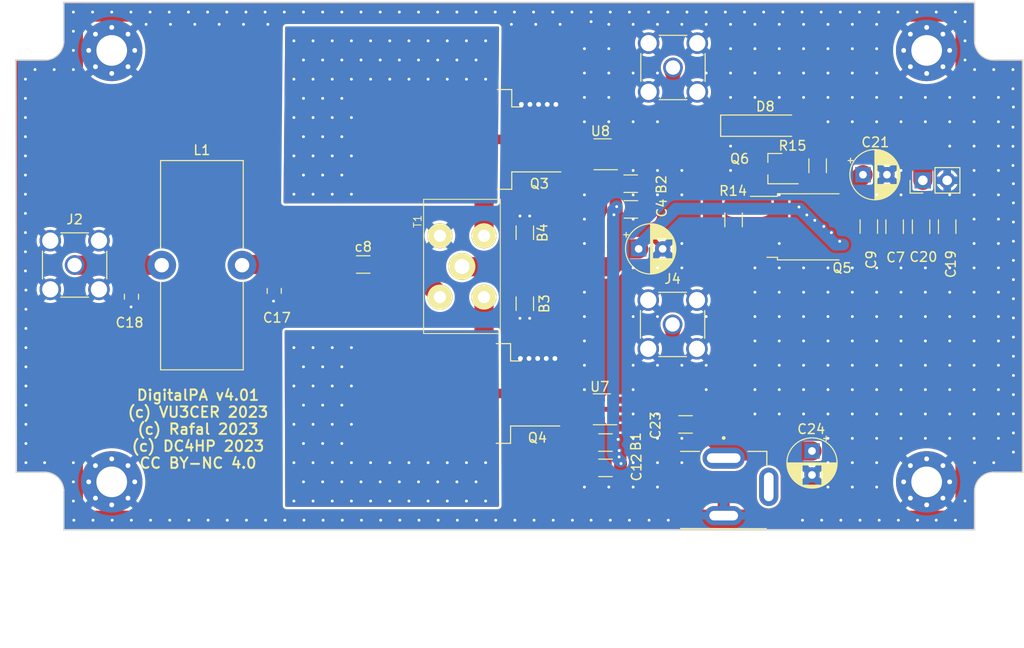
<source format=kicad_pcb>
(kicad_pcb (version 20221018) (generator pcbnew)
  (title_block (title "Hermes-Lite 2.0") (date "2019-08-11") (rev "2.0-build9") (company "SofterHardware") (comment 1 "KF7O Steve Haynal") (comment 4 "AISLER Project ID: GROBADQR"))
  (layers (0 "F.Cu" signal) (31 "B.Cu" signal) (34 "B.Paste" user) (35 "F.Paste" user) (36 "B.SilkS" user "B.Silkscreen") (37 "F.SilkS" user "F.Silkscreen") (38 "B.Mask" user) (39 "F.Mask" user) (44 "Edge.Cuts" user))
  (net 0 "")
  (net 1 "GND")
  (net 2 "VIN")
  (net 3 "VDC")
  (net 4 "Net-(T1-Pad4)")
  (net 5 "Net-(D8-A)")
  (net 6 "Net-(J2-In)")
  (net 7 "PTT")
  (net 8 "Net-(J1-In)")
  (net 10 "Net-(Q3-D)")
  (net 11 "Net-(Q6-B)")
  (net 12 "Net-(Q3-G)")
  (net 13 "Net-(Q4-G)")
  (net 14 "Net-(J4-In)")
  (net 15 "Net-(Q4-D)")
  (net 16 "Net-(C17-Pad1)")
  (footprint "Capacitor_SMD:C_0805_2012Metric_Pad1.18x1.45mm_HandSolder" (layer "F.Cu") (at 82.01 115.6875 -90)
    (fp_text reference "C18")
    (fp_text value "100p")
  )
  (footprint "Connector_Coaxial:SMA_Amphenol_901-144_Vertical" (layer "F.Cu") (at 138.45 118.58)
    (fp_text reference "J4")
    (fp_text value "Conn_Coaxial")
  )
  (footprint "Package_TO_SOT_SMD:SOT-23_Handsoldering" (layer "F.Cu") (at 149.15 102.33 180)
    (fp_text reference "Q6")
    (fp_text value "2N3904")
  )
  (footprint "Package_TO_SOT_SMD:SOT-23-5_HandSoldering" (layer "F.Cu") (at 131.15 100.831249 180)
    (fp_text reference "U8")
    (fp_text value "UCC27517DBVR")
  )
  (footprint "Capacitor_SMD:C_1206_3216Metric_Pad1.33x1.80mm_HandSolder" (layer "F.Cu") (at 167.09 108.3775 90)
    (fp_text reference "C19")
    (fp_text value "1n")
  )
  (footprint "Capacitor_SMD:C_1206_3216Metric_Pad1.33x1.80mm_HandSolder" (layer "F.Cu") (at 139.8 129.01 180)
    (fp_text reference "C23")
    (fp_text value "100n")
  )
  (footprint "Package_TO_SOT_SMD:SOT-23-5_HandSoldering" (layer "F.Cu") (at 131.075 127.431249 180)
    (fp_text reference "U7")
    (fp_text value "UCC27517DBVR")
  )
  (footprint "Capacitor_THT:CP_Radial_D5.0mm_P2.50mm" (layer "F.Cu") (at 152.99 131.78 -90)
    (fp_text reference "C24")
    (fp_text value "100u")
  )
  (footprint "Connector_PinHeader_2.54mm:PinHeader_1x02_P2.54mm_Vertical" (layer "F.Cu") (at 164.55 103.55 90)
    (fp_text reference "J3" hide)
    (fp_text value "Conn_01x02_Male")
  )
  (footprint "Capacitor_THT:CP_Radial_D5.0mm_P2.50mm" (layer "F.Cu") (at 134.91 110.7)
    (fp_text reference "C10" hide)
    (fp_text value "100u")
  )
  (footprint "Capacitor_SMD:C_1206_3216Metric_Pad1.33x1.80mm_HandSolder" (layer "F.Cu") (at 134.1 106.58)
    (fp_text reference "C4")
    (fp_text value "1n")
  )
  (footprint "Resistor_SMD:R_1206_3216Metric_Pad1.30x1.75mm_HandSolder" (layer "F.Cu") (at 153.58 102.03 90)
    (fp_text reference "R15")
    (fp_text value "4.7k")
  )
  (footprint "Capacitor_SMD:C_1206_3216Metric_Pad1.33x1.80mm_HandSolder" (layer "F.Cu") (at 158.918 108.374 90)
    (fp_text reference "C9")
    (fp_text value "100n")
  )
  (footprint "Capacitor_SMD:C_1206_3216Metric_Pad1.33x1.80mm_HandSolder" (layer "F.Cu") (at 123.036 109.0115 -90)
    (fp_text reference "B4")
    (fp_text value "0.1uF")
  )
  (footprint "MountingHole:MountingHole_3.2mm_M3_Pad_Via" (layer "F.Cu") (at 164.95 135)
    (fp_text reference "H1" hide)
    (fp_text value "MountingHole_Pad" hide)
  )
  (footprint "MountingHole:MountingHole_3.2mm_M3_Pad_Via" (layer "F.Cu") (at 79.95 135)
    (fp_text reference "H2" hide)
    (fp_text value "MountingHole_Pad" hide)
  )
  (footprint "Connector_Coaxial:SMA_Amphenol_901-144_Vertical" (layer "F.Cu") (at 138.49 91.78)
    (fp_text reference "J1" hide)
    (fp_text value "Conn_Coaxial")
  )
  (footprint "Capacitor_SMD:C_1206_3216Metric_Pad1.33x1.80mm_HandSolder" (layer "F.Cu") (at 164.37 108.3875 90)
    (fp_text reference "C20")
    (fp_text value "100n")
  )
  (footprint "Capacitor_SMD:C_1206_3216Metric_Pad1.33x1.80mm_HandSolder" (layer "F.Cu") (at 106.18 112.33)
    (fp_text reference "c8")
    (fp_text value "0.1uF")
  )
  (footprint "footprints:XKB_DC-005-5A-2.0_Modded" (layer "F.Cu") (at 143.78 138.5225 90)
    (fp_text reference "Power1" hide)
    (fp_text value "DC-005 (Barrel Jack)" hide)
  )
  (footprint "Capacitor_SMD:C_1206_3216Metric_Pad1.33x1.80mm_HandSolder" (layer "F.Cu") (at 131.45 133.54 180)
    (fp_text reference "C12")
    (fp_text value "1n")
  )
  (footprint "Inductor_THT:L_Toroid_Vertical_L21.6mm_W8.4mm_P8.38mm_Pulse_G" (layer "F.Cu") (at 93.545 112.4 -90)
    (fp_text reference "L1")
    (fp_text value "318.5nH")
  )
  (footprint "Package_TO_SOT_SMD:TO-252-2" (layer "F.Cu") (at 152.7 108.4)
    (fp_text reference "Q5")
    (fp_text value "AOD407")
  )
  (footprint "Resistor_SMD:R_1206_3216Metric_Pad1.30x1.75mm_HandSolder" (layer "F.Cu") (at 144.81 107.67 90)
    (fp_text reference "R14")
    (fp_text value "100k")
  )
  (footprint "Capacitor_SMD:C_0805_2012Metric_Pad1.18x1.45mm_HandSolder" (layer "F.Cu") (at 96.9 115.08 -90)
    (fp_text reference "C17")
    (fp_text value "100p")
  )
  (footprint "MountingHole:MountingHole_3.2mm_M3_Pad_Via" (layer "F.Cu") (at 79.95 90)
    (fp_text reference "H4" hide)
    (fp_text value "MountingHole_Pad" hide)
  )
  (footprint "Capacitor_SMD:C_1206_3216Metric_Pad1.33x1.80mm_HandSolder" (layer "F.Cu") (at 134.08 103.9 180)
    (fp_text reference "B2")
    (fp_text value "0.1uF")
  )
  (footprint "Package_TO_SOT_SMD:TO-263-3_TabPin2" (layer "F.Cu") (at 118.600001 125.781249 180)
    (fp_text reference "Q4")
    (fp_text value "IRF510")
  )
  (footprint "Diode_SMD:D_MiniMELF_Handsoldering" (layer "F.Cu") (at 148.1225 97.85)
    (fp_text reference "D8")
    (fp_text value "5.1V")
  )
  (footprint "Package_TO_SOT_SMD:TO-263-3_TabPin2" (layer "F.Cu") (at 118.725 99.281249 180)
    (fp_text reference "Q3")
    (fp_text value "IRF510")
  )
  (footprint "Capacitor_SMD:C_1206_3216Metric_Pad1.33x1.80mm_HandSolder" (layer "F.Cu") (at 123.036 116.416 90)
    (fp_text reference "B3")
    (fp_text value "0.1uF")
  )
  (footprint "Connector_Coaxial:SMA_Amphenol_901-144_Vertical" (layer "F.Cu") (at 76.08 112.38)
    (fp_text reference "J2")
    (fp_text value "Conn_Coaxial")
  )
  (footprint "Capacitor_SMD:C_1206_3216Metric_Pad1.33x1.80mm_HandSolder" (layer "F.Cu") (at 131.45 130.899999)
    (fp_text reference "B1")
    (fp_text value "0.1uF")
  )
  (footprint "Capacitor_SMD:C_1206_3216Metric_Pad1.33x1.80mm_HandSolder" (layer "F.Cu") (at 161.61 108.3875 90)
    (fp_text reference "C7")
    (fp_text value "1n")
  )
  (footprint "Capacitor_THT:CP_Radial_D5.0mm_P2.50mm" (layer "F.Cu") (at 158.31 102.96)
    (fp_text reference "C21")
    (fp_text value "100u")
  )
  (footprint "MountingHole:MountingHole_3.2mm_M3_Pad_Via" (layer "F.Cu") (at 164.95 90)
    (fp_text reference "H3" hide)
    (fp_text value "MountingHole_Pad" hide)
  )
  (footprint "footprints:BN202V" (layer "F.Cu") (at 116.48 112.53 180)
    (fp_text reference "T1")
    (fp_text value "BN-61-202, 2+2T:6T")
  )
  (gr_arc (start 169.95 136) (mid 170.535786 134.585786) (end 171.95 134) (stroke (width 0.1)) (layer "Edge.Cuts"))
  (gr_line (start 169.95 85) (end 169.95 89) (stroke (width 0.15)) (layer "Edge.Cuts"))
  (gr_line (start 72.95 134) (end 70 134) (stroke (width 0.15)) (layer "Edge.Cuts"))
  (gr_arc (start 74.95 89) (mid 74.364214 90.414214) (end 72.95 91) (stroke (width 0.1)) (layer "Edge.Cuts"))
  (gr_line (start 69.95 91) (end 72.95 91) (stroke (width 0.15)) (layer "Edge.Cuts"))
  (gr_line (start 74.95 89) (end 74.95 85) (stroke (width 0.15)) (layer "Edge.Cuts"))
  (gr_line (start 169.95 136) (end 169.95 140) (stroke (width 0.15)) (layer "Edge.Cuts"))
  (gr_line (start 171.95 134) (end 174.95 134) (stroke (width 0.15)) (layer "Edge.Cuts"))
  (gr_line (start 171.95 91) (end 174.95 91) (stroke (width 0.15)) (layer "Edge.Cuts"))
  (gr_line (start 74.95 140) (end 74.95 136) (stroke (width 0.15)) (layer "Edge.Cuts"))
  (gr_line (start 74.95 85) (end 169.95 85) (stroke (width 0.15)) (layer "Edge.Cuts"))
  (gr_arc (start 171.95 91) (mid 170.535786 90.414214) (end 169.95 89) (stroke (width 0.1)) (layer "Edge.Cuts"))
  (gr_arc (start 72.95 134) (mid 74.364214 134.585786) (end 74.95 136) (stroke (width 0.1)) (layer "Edge.Cuts"))
  (gr_line (start 74.95 140) (end 169.95 140) (stroke (width 0.15)) (layer "Edge.Cuts"))
  (gr_line (start 70 134) (end 69.95 91) (stroke (width 0.15)) (layer "Edge.Cuts"))
  (gr_line (start 174.95 91) (end 174.95 134) (stroke (width 0.15)) (layer "Edge.Cuts"))
  (gr_text "DigitalPA v4.01\n(c) VU3CER 2023\n(c) Rafal 2023\n(c) DC4HP 2023\nCC BY-NC 4.0" (at 88.95 129.5) (layer "F.SilkS") (effects (font (size 1.1 1.1) (thickness 0.2))))
  (segment (start 132.2125 127.431249) (end 133.475 127.431249) (width 0.5) (layer "F.Cu") (net 1))
  (segment (start 143.78 138.5225) (end 143.78 135.57) (width 1.25) (layer "F.Cu") (net 1))
  (segment (start 152.99 138.29) (end 152.7575 138.5225) (width 1.25) (layer "F.Cu") (net 1))
  (segment (start 124.733752 123.6) (end 124.375001 123.241249) (width 0.5) (layer "F.Cu") (net 1))
  (segment (start 138 139) (end 138.4775 138.5225) (width 1.25) (layer "F.Cu") (net 1))
  (segment (start 143.66 135.45) (end 138.3575 135.45) (width 1.25) (layer "F.Cu") (net 1))
  (segment (start 152.7575 138.5225) (end 143.78 138.5225) (width 1.25) (layer "F.Cu") (net 1))
  (segment (start 143.78 138.5225) (end 146.5485 138.5225) (width 1.25) (layer "F.Cu") (net 1))
  (segment (start 124.858751 97.1) (end 124.5 96.741249) (width 0.5) (layer "F.Cu") (net 1))
  (segment (start 152.99 134.28) (end 152.99 138.29) (width 1.25) (layer "F.Cu") (net 1))
  (segment (start 138.3575 135.45) (end 138.2375 135.33) (width 1.25) (layer "F.Cu") (net 1))
  (segment (start 138.4775 138.5225) (end 143.78 138.5225) (width 1.25) (layer "F.Cu") (net 1))
  (segment (start 138.2375 129.01) (end 138.2375 135.33) (width 1.25) (layer "F.Cu") (net 1))
  (segment (start 129.8875 133.54) (end 129.8875 130.899999) (width 1.25) (layer "F.Cu") (net 1))
  (via (at 157.196 89.82) (size 0.6) (drill 0.3) (layers "F.Cu" "B.Cu") (net 1))
  (via (at 131.796 94.9) (size 0.6) (drill 0.3) (layers "F.Cu" "B.Cu") (net 1))
  (via (at 168.95 91) (size 0.6) (drill 0.3) (layers "F.Cu" "B.Cu") (net 1))
  (via (at 147.036 89.82) (size 0.6) (drill 0.3) (layers "F.Cu" "B.Cu") (net 1))
  (via (at 147.036 120.3) (size 0.6) (drill 0.3) (layers "F.Cu" "B.Cu") (net 1))
  (via (at 107.95 86) (size 0.6) (drill 0.3) (layers "F.Cu" "B.Cu") (net 1))
  (via (at 70.95 105) (size 0.6) (drill 0.3) (layers "F.Cu" "B.Cu") (net 1))
  (via (at 71 129) (size 0.6) (drill 0.3) (layers "F.Cu" "B.Cu") (net 1))
  (via (at 162.276 120.3) (size 0.6) (drill 0.3) (layers "F.Cu" "B.Cu") (net 1))
  (via (at 157.196 127.92) (size 0.6) (drill 0.3) (layers "F.Cu" "B.Cu") (net 1))
  (via (at 162.276 117.76) (size 0.6) (drill 0.3) (layers "F.Cu" "B.Cu") (net 1))
  (via (at 124.375 122.131249) (size 0.8) (drill 0.5) (layers "F.Cu" "B.Cu") (net 1))
  (via (at 75.95 90) (size 0.6) (drill 0.3) (layers "F.Cu" "B.Cu") (net 1))
  (via (at 157.196 97.44) (size 0.6) (drill 0.3) (layers "F.Cu" "B.Cu") (net 1))
  (via (at 145.95 86) (size 0.6) (drill 0.3) (layers "F.Cu" "B.Cu") (net 1))
  (via (at 136.876 133) (size 0.6) (drill 0.3) (layers "F.Cu" "B.Cu") (net 1))
  (via (at 154.656 117.76) (size 0.6) (drill 0.3) (layers "F.Cu" "B.Cu") (net 1))
  (via (at 86 139) (size 0.6) (drill 0.3) (layers "F.Cu" "B.Cu") (net 1))
  (via (at 147.95 86) (size 0.6) (drill 0.3) (layers "F.Cu" "B.Cu") (net 1))
  (via (at 75.95 135) (size 0.6) (drill 0.3) (layers "F.Cu" "B.Cu") (net 1))
  (via (at 129.95 86) (size 0.6) (drill 0.3) (layers "F.Cu" "B.Cu") (net 1))
  (via (at 71 115) (size 0.6) (drill 0.3) (layers "F.Cu" "B.Cu") (net 1))
  (via (at 157.196 120.3) (size 0.6) (drill 0.3) (layers "F.Cu" "B.Cu") (net 1))
  (via (at 131.796 89.82) (size 0.6) (drill 0.3) (layers "F.Cu" "B.Cu") (net 1))
  (via (at 136.876 102.52) (size 0.6) (drill 0.3) (layers "F.Cu" "B.Cu") (net 1))
  (via (at 121.636 87.28) (size 0.6) (drill 0.3) (layers "F.Cu" "B.Cu") (net 1))
  (via (at 129.256 117.76) (size 0.6) (drill 0.3) (layers "F.Cu" "B.Cu") (net 1))
  (via (at 134.336 135.54) (size 0.6) (drill 0.3) (layers "F.Cu" "B.Cu") (net 1))
  (via (at 139.416 110.14) (size 0.6) (drill 0.3) (layers "F.Cu" "B.Cu") (net 1))
  (via (at 168.95 89) (size 0.6) (drill 0.3) (layers "F.Cu" "B.Cu") (net 1))
  (via (at 125.95 86) (size 0.6) (drill 0.3) (layers "F.Cu" "B.Cu") (net 1))
  (via (at 149.576 122.84) (size 0.6) (drill 0.3) (layers "F.Cu" "B.Cu") (net 1))
  (via (at 154.656 133) (size 0.6) (drill 0.3) (layers "F.Cu" "B.Cu") (net 1))
  (via (at 100 139) (size 0.6) (drill 0.3) (layers "F.Cu" "B.Cu") (net 1))
  (via (at 105.95 86) (size 0.6) (drill 0.3) (layers "F.Cu" "B.Cu") (net 1))
  (via (at 101.95 86) (size 0.6) (drill 0.3) (layers "F.Cu" "B.Cu") (net 1))
  (via (at 77.95 86) (size 0.6) (drill 0.3) (layers "F.Cu" "B.Cu") (net 1))
  (via (at 149.576 115.22) (size 0.6) (drill 0.3) (layers "F.Cu" "B.Cu") (net 1))
  (via (at 169.896 99.98) (size 0.6) (drill 0.3) (layers "F.Cu" "B.Cu") (net 1))
  (via (at 86.076 87.28) (size 0.6) (drill 0.3) (layers "F.Cu" "B.Cu") (net 1))
  (via (at 154 139) (size 0.6) (drill 0.3) (layers "F.Cu" "B.Cu") (net 1))
  (via (at 159.736 127.92) (size 0.6) (drill 0.3) (layers "F.Cu" "B.Cu") (net 1))
  (via (at 149.576 94.9) (size 0.6) (drill 0.3) (layers "F.Cu" "B.Cu") (net 1))
  (via (at 71 121) (size 0.6) (drill 0.3) (layers "F.Cu" "B.Cu") (net 1))
  (via (at 139.416 130.46) (size 0.6) (drill 0.3) (layers "F.Cu" "B.Cu") (net 1))
  (via (at 157.196 133) (size 0.6) (drill 0.3) (layers "F.Cu" "B.Cu") (net 1))
  (via (at 141.956 125.38) (size 0.6) (drill 0.3) (layers "F.Cu" "B.Cu") (net 1))
  (via (at 99.95 86) (size 0.6) (drill 0.3) (layers "F.Cu" "B.Cu") (net 1))
  (via (at 172.436 130.46) (size 0.6) (drill 0.3) (layers "F.Cu" "B.Cu") (net 1))
  (via (at 164.816 112.68) (size 0.6) (drill 0.3) (layers "F.Cu" "B.Cu") (net 1))
  (via (at 159.736 97.44) (size 0.6) (drill 0.3) (layers "F.Cu" "B.Cu") (net 1))
  (via (at 139.416 112.68) (size 0.6) (drill 0.3) (layers "F.Cu" "B.Cu") (net 1))
  (via (at 157.196 112.68) (size 0.6) (drill 0.3) (layers "F.Cu" "B.Cu") (net 1))
  (via (at 143.95 86) (size 0.6) (drill 0.3) (layers "F.Cu" "B.Cu") (net 1))
  (via (at 126.275 95.631249) (size 0.8) (drill 0.5) (layers "F.Cu" "B.Cu") (net 1))
  (via (at 162.276 105.06) (size 0.6) (drill 0.3) (layers "F.Cu" "B.Cu") (net 1))
  (via (at 80 139) (size 0.6) (drill 0.3) (layers "F.Cu" "B.Cu") (net 1))
  (via (at 163.95 86) (size 0.6) (drill 0.3) (layers "F.Cu" "B.Cu") (net 1))
  (via (at 174 125.9) (size 0.6) (drill 0.3) (layers "F.Cu" "B.Cu") (net 1))
  (via (at 144.496 94.9) (size 0.6) (drill 0.3) (layers "F.Cu" "B.Cu") (net 1))
  (via (at 141.956 87.28) (size 0.6) (drill 0.3) (layers "F.Cu" "B.Cu") (net 1))
  (via (at 160 139) (size 0.6) (drill 0.3) (layers "F.Cu" "B.Cu") (net 1))
  (via (at 149.95 86) (size 0.6) (drill 0.3) (layers "F.Cu" "B.Cu") (net 1))
  (via (at 172.436 125.38) (size 0.6) (drill 0.3) (layers "F.Cu" "B.Cu") (net 1))
  (via (at 144.496 92.36) (size 0.6) (drill 0.3) (layers "F.Cu" "B.Cu") (net 1))
  (via (at 110 139) (size 0.6) (drill 0.3) (layers "F.Cu" "B.Cu") (net 1))
  (via (at 152.116 115.22) (size 0.6) (drill 0.3) (layers "F.Cu" "B.Cu") (net 1))
  (via (at 144.496 87.28) (size 0.6) (drill 0.3) (layers "F.Cu" "B.Cu") (net 1))
  (via (at 133.95 86) (size 0.6) (drill 0.3) (layers "F.Cu" "B.Cu") (net 1))
  (via (at 169.896 115.22) (size 0.6) (drill 0.3) (layers "F.Cu" "B.Cu") (net 1))
  (via (at 131.95 139) (size 0.6) (drill 0.3) (layers "F.Cu" "B.Cu") (net 1))
  (via (at 149.576 87.28) (size 0.6) (drill 0.3) (layers "F.Cu" "B.Cu") (net 1))
  (via (at 114 139) (size 0.6) (drill 0.3) (layers "F.Cu" "B.Cu") (net 1))
  (via (at 173.95 92) (size 0.6) (drill 0.3) (layers "F.Cu" "B.Cu") (net 1))
  (via (at 144.496 99.98) (size 0.6) (drill 0.3) (layers "F.Cu" "B.Cu") (net 1))
  (via (at 84 139) (size 0.6) (drill 0.3) (layers "F.Cu" "B.Cu") (net 1))
  (via (at 149.576 125.38) (size 0.6) (drill 0.3) (layers "F.Cu" "B.Cu") (net 1))
  (via (at 75.95 133) (size 0.6) (drill 0.3) (layers "F.Cu" "B.Cu") (net 1))
  (via (at 154.656 125.38) (size 0.6) (drill 0.3) (layers "F.Cu" "B.Cu") (net 1))
  (via (at 123.544 117.94) (size 0.6) (drill 0.3) (layers "F.Cu" "B.Cu") (net 1))
  (via (at 157.196 92.36) (size 0.6) (drill 0.3) (layers "F.Cu" "B.Cu") (net 1))
  (via (at 169.95 92) (size 0.6) (drill 0.3) (layers "F.Cu" "B.Cu") (net 1))
  (via (at 174 109.9) (size 0.6) (drill 0.3) (layers "F.Cu" "B.Cu") (net 1))
  (via (at 164 139) (size 0.6) (drill 0.3) (layers "F.Cu" "B.Cu") (net 1))
  (via (at 159.736 94.9) (size 0.6) (drill 0.3) (layers "F.Cu" "B.Cu") (net 1))
  (via (at 70.95 107) (size 0.6) (drill 0.3) (layers "F.Cu" "B.Cu") (net 1))
  (via (at 169.896 110.14) (size 0.6) (drill 0.3) (layers "F.Cu" "B.Cu") (net 1))
  (via (at 173.95 102) (size 0.6) (drill 0.3) (layers "F.Cu" "B.Cu") (net 1))
  (via (at 147.036 122.84) (size 0.6) (drill 0.3) (layers "F.Cu" "B.Cu") (net 1))
  (via (at 174 95.9) (size 0.6) (drill 0.3) (layers "F.Cu" "B.Cu") (net 1))
  (via (at 169.896 120.3) (size 0.6) (drill 0.3) (layers "F.Cu" "B.Cu") (net 1))
  (via (at 157.196 135.54) (size 0.6) (drill 0.3) (layers "F.Cu" "B.Cu") (net 1))
  (via (at 83.95 86) (size 0.6) (drill 0.3) (layers "F.Cu" "B.Cu") (net 1))
  (via (at 129.256 125.38) (size 0.6) (drill 0.3) (layers "F.Cu" "B.Cu") (net 1))
  (via (at 129.256 94.9) (size 0.6) (drill 0.3) (layers "F.Cu" "B.Cu") (net 1))
  (via (at 71 123) (size 0.6) (drill 0.3) (layers "F.Cu" "B.Cu") (net 1))
  (via (at 144.496 102.52) (size 0.6) (drill 0.3) (layers "F.Cu" "B.Cu") (net 1))
  (via (at 129.95 139) (size 0.6) (drill 0.3) (layers "F.Cu" "B.Cu") (net 1))
  (via (at 154.656 122.84) (size 0.6) (drill 0.3) (layers "F.Cu" "B.Cu") (net 1))
  (via (at 154.656 120.3) (size 0.6) (drill 0.3) (layers "F.Cu" "B.Cu") (net 1))
  (via (at 144.496 89.82) (size 0.6) (drill 0.3) (layers "F.Cu" "B.Cu") (net 1))
  (via (at 169.896 127.92) (size 0.6) (drill 0.3) (layers "F.Cu" "B.Cu") (net 1))
  (via (at 78 139) (size 0.6) (drill 0.3) (layers "F.Cu" "B.Cu") (net 1))
  (via (at 174 117.9) (size 0.6) (drill 0.3) (layers "F.Cu" "B.Cu") (net 1))
  (via (at 152.116 127.92) (size 0.6) (drill 0.3) (layers "F.Cu" "B.Cu") (net 1))
  (via (at 149.576 112.68) (size 0.6) (drill 0.3) (layers "F.Cu" "B.Cu") (net 1))
  (via (at 174 107.9) (size 0.6) (drill 0.3) (layers "F.Cu" "B.Cu") (net 1))
  (via (at 139.416 122.84) (size 0.6) (drill 0.3) (layers "F.Cu" "B.Cu") (net 1))
  (via (at 92 139) (size 0.6) (drill 0.3) (layers "F.Cu" "B.Cu") (net 1))
  (via (at 96 139) (size 0.6) (drill 0.3) (layers "F.Cu" "B.Cu") (net 1))
  (via (at 147.036 94.9) (size 0.6) (drill 0.3) (layers "F.Cu" "B.Cu") (net 1))
  (via (at 154.656 130.46) (size 0.6) (drill 0.3) (layers "F.Cu" "B.Cu") (net 1))
  (via (at 154.656 92.36) (size 0.6) (drill 0.3) (layers "F.Cu" "B.Cu") (net 1))
  (via (at 169.95 133) (size 0.6) (drill 0.3) (layers "F.Cu" "B.Cu") (net 1))
  (via (at 159.736 112.68) (size 0.6) (drill 0.3) (layers "F.Cu" "B.Cu") (net 1))
  (via (at 164.816 130.46) (size 0.6) (drill 0.3) (layers "F.Cu" "B.Cu") (net 1))
  (via (at 147.036 87.28) (size 0.6) (drill 0.3) (layers "F.Cu" "B.Cu") (net 1))
  (via (at 124.474999 95.631249) (size 0.8) (drill 0.5) (layers "F.Cu" "B.Cu") (net 1))
  (via (at 162.276 94.9) (size 0.6) (drill 0.3) (layers "F.Cu" "B.Cu") (net 1))
  (via (at 162.276 97.44) (size 0.6) (drill 0.3) (layers "F.Cu" "B.Cu") (net 1))
  (via (at 159.736 89.82) (size 0.6) (drill 0.3) (layers "F.Cu" "B.Cu") (net 1))
  (via (at 129.256 92.36) (size 0.6) (drill 0.3) (layers "F.Cu" "B.Cu") (net 1))
  (via (at 157.196 122.84) (size 0.6) (drill 0.3) (layers "F.Cu" "B.Cu") (net 1))
  (via (at 98 139) (size 0.6) (drill 0.3) (layers "F.Cu" "B.Cu") (net 1))
  (via (at 70.95 93) (size 0.6) (drill 0.3) (layers "F.Cu" "B.Cu") (net 1))
  (via (at 167.356 112.68) (size 0.6) (drill 0.3) (layers "F.Cu" "B.Cu") (net 1))
  (via (at 169.896 117.76) (size 0.6) (drill 0.3) (layers "F.Cu" "B.Cu") (net 1))
  (via (at 129.256 120.3) (size 0.6) (drill 0.3) (layers "F.Cu" "B.Cu") (net 1))
  (via (at 172.436 99.98) (size 0.6) (drill 0.3) (layers "F.Cu" "B.Cu") (net 1))
  (via (at 134.336 122.84) (size 0.6) (drill 0.3) (layers "F.Cu" "B.Cu") (net 1))
  (via (at 159.736 125.38) (size 0.6) (drill 0.3) (layers "F.Cu" "B.Cu") (net 1))
  (via (at 172.436 94.9) (size 0.6) (drill 0.3) (layers "F.Cu" "B.Cu") (net 1))
  (via (at 164.816 122.84) (size 0.6) (drill 0.3) (layers "F.Cu" "B.Cu") (net 1))
  (via (at 125.275 122.131249) (size 0.8) (drill 0.5) (layers "F.Cu" "B.Cu") (net 1))
  (via (at 149.576 105.06) (size 0.6) (drill 0.3) (layers "F.Cu" "B.Cu") (net 1))
  (via (at 172.436 120.3) (size 0.6) (drill 0.3) (layers "F.Cu" "B.Cu") (net 1))
  (via (at 88.616 87.28) (size 0.6) (drill 0.3) (layers "F.Cu" "B.Cu") (net 1))
  (via (at 157.196 125.38) (size 0.6) (drill 0.3) (layers "F.Cu" "B.Cu") (net 1))
  (via (at 139.416 133) (size 0.6) (drill 0.3) (layers "F.Cu" "B.Cu") (net 1))
  (via (at 167.95 86) (size 0.6) (drill 0.3) (layers "F.Cu" "B.Cu") (net 1))
  (via (at 167.356 130.46) (size 0.6) (drill 0.3) (layers "F.Cu" "B.Cu") (net 1))
  (via (at 70.95 99) (size 0.6) (drill 0.3) (layers "F.Cu" "B.Cu") (net 1))
  (via (at 122.575 122.131249) (size 0.8) (drill 0.5) (layers "F.Cu" "B.Cu") (net 1))
  (via (at 141.956 122.84) (size 0.6) (drill 0.3) (layers "F.Cu" "B.Cu") (net 1))
  (via (at 139.416 102.52) (size 0.6) (drill 0.3) (layers "F.Cu" "B.Cu") (net 1))
  (via (at 159.736 135.54) (size 0.6) (drill 0.3) (layers "F.Cu" "B.Cu") (net 1))
  (via (at 119.95 86) (size 0.6) (drill 0.3) (layers "F.Cu" "B.Cu") (net 1))
  (via (at 154.656 135.54) (size 0.6) (drill 0.3) (layers "F.Cu" "B.Cu") (net 1))
  (via (at 113.95 86) (size 0.6) (drill 0.3) (layers "F.Cu" "B.Cu") (net 1))
  (via (at 167.356 94.9) (size 0.6) (drill 0.3) (layers "F.Cu" "B.Cu") (net 1))
  (via (at 70.95 111) (size 0.6) (drill 0.3) (layers "F.Cu" "B.Cu") (net 1))
  (via (at 89.95 86) (size 0.6) (drill 0.3) (layers "F.Cu" "B.Cu") (net 1))
  (via (at 149.576 92.36) (size 0.6) (drill 0.3) (layers "F.Cu" "B.Cu") (net 1))
  (via (at 108 139) (size 0.6) (drill 0.3) (layers "F.Cu" "B.Cu") (net 1))
  (via (at 131.796 87.28) (size 0.6) (drill 0.3) (layers "F.Cu" "B.Cu") (net 1))
  (via (at 136.876 87.28) (size 0.6) (drill 0.3) (layers "F.Cu" "B.Cu") (net 1))
  (via (at 131.796 92.36) (size 0.6) (drill 0.3) (layers "F.Cu" "B.Cu") (net 1))
  (via (at 162.276 127.92) (size 0.6) (drill 0.3) (layers "F.Cu" "B.Cu") (net 1))
  (via (at 165.95 139) (size 0.6) (drill 0.3) (layers "F.Cu" "B.Cu") (net 1))
  (via (at 159.736 117.76) (size 0.6) (drill 0.3) (layers "F.Cu" "B.Cu") (net 1))
  (via (at 172.436 102.52) (size 0.6) (drill 0.3) (layers "F.Cu" "B.Cu") (net 1))
  (via (at 81.97 116.75) (size 0.6) (drill 0.3) (layers "F.Cu" "B.Cu") (net 1))
  (via (at 70.95 95) (size 0.6) (drill 0.3) (layers "F.Cu" "B.Cu") (net 1))
  (via (at 158 139) (size 0.6) (drill 0.3) (layers "F.Cu" "B.Cu") (net 1))
  (via (at 147.036 127.92) (size 0.6) (drill 0.3) (layers "F.Cu" "B.Cu") (net 1))
  (via (at 123.575 95.631249) (size 0.8) (drill 0.5) (layers "F.Cu" "B.Cu") (net 1))
  (via (at 167.356 105.06) (size 0.6) (drill 0.3) (layers "F.Cu" "B.Cu") (net 1))
  (via (at 152.116 89.82) (size 0.6) (drill 0.3) (layers "F.Cu" "B.Cu") (net 1))
  (via (at 136.876 105.06) (size 0.6) (drill 0.3) (layers "F.Cu" "B.Cu") (net 1))
  (via (at 172.436 117.76) (size 0.6) (drill 0.3) (layers "F.Cu" "B.Cu") (net 1))
  (via (at 133.95 139) (size 0.6) (drill 0.3) (layers "F.Cu" "B.Cu") (net 1))
  (via (at 71 127) (size 0.6) (drill 0.3) (layers "F.Cu" "B.Cu") (net 1))
  (via (at 134.336 102.52) (size 0.6) (drill 0.3) (layers "F.Cu" "B.Cu") (net 1))
  (via (at 124 139) (size 0.6) (drill 0.3) (layers "F.Cu" "B.Cu") (net 1))
  (via (at 159.95 86) (size 0.6) (drill 0.3) (layers "F.Cu" "B.Cu") (net 1))
  (via (at 162.276 102.52) (size 0.6) (drill 0.3) (layers "F.Cu" "B.Cu") (net 1))
  (via (at 70.95 113) (size 0.6) (drill 0.3) (layers "F.Cu" "B.Cu") (net 1))
  (via (at 172.436 122.84) (size 0.6) (drill 0.3) (layers "F.Cu" "B.Cu") (net 1))
  (via (at 141.95 86) (size 0.6) (drill 0.3) (layers "F.Cu" "B.Cu") (net 1))
  (via (at 151.95 86) (size 0.6) (drill 0.3) (layers "F.Cu" "B.Cu") (net 1))
  (via (at 129.256 122.84) (size 0.6) (drill 0.3) (layers "F.Cu" "B.Cu") (net 1))
  (via (at 137.95 86) (size 0.6) (drill 0.3) (layers "F.Cu" "B.Cu") (net 1))
  (via (at 96.83 116.15) (size 0.6) (drill 0.3) (layers "F.Cu" "B.Cu") (net 1))
  (via (at 122 139) (size 0.6) (drill 0.3) (layers "F.Cu" "B.Cu") (net 1))
  (via (at 90 139) (size 0.6) (drill 0.3) (layers "F.Cu" "B.Cu") (net 1))
  (via (at 139.416 87.28) (size 0.6) (drill 0.3) (layers "F.Cu" "B.Cu") (net 1))
  (via (at 161.95 86) (size 0.6) (drill 0.3) (layers "F.Cu" "B.Cu") (net 1))
  (via (at 152.116 112.68) (size 0.6) (drill 0.3) (layers "F.Cu" "B.Cu") (net 1))
  (via (at 157.196 115.22) (size 0.6) (drill 0.3) (layers "F.Cu" "B.Cu") (net 1))
  (via (at 136 139) (size 0.6) (drill 0.3) (layers "F.Cu" "B.Cu") (net 1))
  (via (at 138 139) (size 0.6) (drill 0.3) (layers "F.Cu" "B.Cu") (net 1))
  (via (at 172.436 112.68) (size 0.6) (drill 0.3) (layers "F.Cu" "B.Cu") (net 1))
  (via (at 103.95 86) (size 0.6) (drill 0.3) (layers "F.Cu" "B.Cu") (net 1))
  (via (at 154.656 87.28) (size 0.6) (drill 0.3) (layers "F.Cu" "B.Cu") (net 1))
  (via (at 154.656 127.92) (size 0.6) (drill 0.3) (layers "F.Cu" "B.Cu") (net 1))
  (via (at 126.716 87.28) (size 0.6) (drill 0.3) (layers "F.Cu" "B.Cu") (net 1))
  (via (at 118 139) (size 0.6) (drill 0.3) (layers "F.Cu" "B.Cu") (net 1))
  (via (at 102 139) (size 0.6) (drill 0.3) (layers "F.Cu" "B.Cu") (net 1))
  (via (at 129.256 115.22) (size 0.6) (drill 0.3) (layers "F.Cu" "B.Cu") (net 1))
  (via (at 115.95 86) (size 0.6) (drill 0.3) (layers "F.Cu" "B.Cu") (net 1))
  (via (at 162.276 125.38) (size 0.6) (drill 0.3) (layers "F.Cu" "B.Cu") (net 1))
  (via (at 71 119) (size 0.6) (drill 0.3) (layers "F.Cu" "B.Cu") (net 1))
  (via (at 174 129.9) (size 0.6) (drill 0.3) (layers "F.Cu" "B.Cu") (net 1))
  (via (at 123.544 107.272) (size 0.6) (drill 0.3) (layers "F.Cu" "B.Cu") (net 1))
  (via (at 70.95 101) (size 0.6) (drill 0.3) (layers "F.Cu" "B.Cu") (net 1))
  (via (at 164.816 125.38) (size 0.6) (drill 0.3) (layers "F.Cu" "B.Cu") (net 1))
  (via (at 93.696 87.28) (size 0.6) (drill 0.3) (layers "F.Cu" "B.Cu") (net 1))
  (via (at 174 111.9) (size 0.6) (drill 0.3) (layers "F.Cu" "B.Cu") (net 1))
  (via (at 157.196 94.9) (size 0.6) (drill 0.3) (layers "F.Cu" "B.Cu") (net 1))
  (via (at 129.256 97.44) (size 0.6) (drill 0.3) (layers "F.Cu" "B.Cu") (net 1))
  (via (at 136.876 92.36) (size 0.6) (drill 0.3) (layers "F.Cu" "B.Cu") (net 1))
  (via (at 85.95 86) (size 0.6) (drill 0.3) (layers "F.Cu" "B.Cu") (net 1))
  (via (at 141.956 92.36) (size 0.6) (drill 0.3) (layers "F.Cu" "B.Cu") (net 1))
  (via (at 169.896 107.6) (size 0.6) (drill 0.3) (layers "F.Cu" "B.Cu") (net 1))
  (via (at 75.95 137) (size 0.6) (drill 0.3) (layers "F.Cu" "B.Cu") (net 1))
  (via (at 136.876 135.54) (size 0.6) (drill 0.3) (layers "F.Cu" "B.Cu") (net 1))
  (via (at 127.95 86) (size 0.6) (drill 0.3) (layers "F.Cu" "B.Cu") (net 1))
  (via (at 73.95 92) (size 0.6) (drill 0.3) (layers "F.Cu" "B.Cu") (net 1))
  (via (at 173.95 100) (size 0.6) (drill 0.3) (layers "F.Cu" "B.Cu") (net 1))
  (via (at 141.956 117.76) (size 0.6) (drill 0.3) (layers "F.Cu" "B.Cu") (net 1))
  (via (at 152.116 125.38) (size 0.6) (drill 0.3) (layers "F.Cu" "B.Cu") (net 1))
  (via (at 164.816 127.92) (size 0.6) (drill 0.3) (layers "F.Cu" "B.Cu") (net 1))
  (via (at 153.95 86) (size 0.6) (drill 0.3) (layers "F.Cu" "B.Cu") (net 1))
  (via (at 71 133) (size 0.6) (drill 0.3) (layers "F.Cu" "B.Cu") (net 1))
  (via (at 129.256 89.82) (size 0.6) (drill 0.3) (layers "F.Cu" "B.Cu") (net 1))
  (via (at 134.336 97.44) (size 0.6) (drill 0.3) (layers "F.Cu" "B.Cu") (net 1))
  (via (at 75.95 92) (size 0.6) (drill 0.3) (layers "F.Cu" "B.Cu") (net 1))
  (via (at 147.036 115.22) (size 0.6) (drill 0.3) (layers "F.Cu" "B.Cu") (net 1))
  (via (at 152.116 87.28) (size 0.6) (drill 0.3) (layers "F.Cu" "B.Cu") (net 1))
  (via (at 159.736 115.22) (size 0.6) (drill 0.3) (layers "F.Cu" "B.Cu") (net 1))
  (via (at 172.436 105.06) (size 0.6) (drill 0.3) (layers "F.Cu" "B.Cu") (net 1))
  (via (at 147.036 112.68) (size 0.6) (drill 0.3) (layers "F.Cu" "B.Cu") (net 1))
  (via (at 152.116 117.76) (size 0.6) (drill 0.3) (layers "F.Cu" "B.Cu") (net 1))
  (via (at 152.116 120.3) (size 0.6) (drill 0.3) (layers "F.Cu" "B.Cu") (net 1))
  (via (at 134.336 112.68) (size 0.6) (drill 0.3) (layers "F.Cu" "B.Cu") (net 1))
  (via (at 157.196 117.76) (size 0.6) (drill 0.3) (layers "F.Cu" "B.Cu") (net 1))
  (via (at 152.116 94.9) (size 0.6) (drill 0.3) (layers "F.Cu" "B.Cu") (net 1))
  (via (at 70.95 97) (size 0.6) (drill 0.3) (layers "F.Cu" "B.Cu") (net 1))
  (via (at 149.576 120.3) (size 0.6) (drill 0.3) (layers "F.Cu" "B.Cu") (net 1))
  (via (at 154.656 112.68) (size 0.6) (drill 0.3) (layers "F.Cu" "B.Cu") (net 1))
  (via (at 149.576 127.92) (size 0.6) (drill 0.3) (layers "F.Cu" "B.Cu") (net 1))
  (via (at 157.196 130.46) (size 0.6) (drill 0.3) (layers "F.Cu" "B.Cu") (net 1))
  (via (at 147.036 92.36) (size 0.6) (drill 0.3) (layers "F.Cu" "B.Cu") (net 1))
  (via (at 71 117) (size 0.6) (drill 0.3) (layers "F.Cu" "B.Cu") (net 1))
  (via (at 124.176 87.28) (size 0.6) (drill 0.3) (layers "F.Cu" "B.Cu") (net 1))
  (via (at 139.416 105.06) (size 0.6) (drill 0.3) (layers "F.Cu" "B.Cu") (net 1))
  (via (at 121.95 86) (size 0.6) (drill 0.3) (layers "F.Cu" "B.Cu") (net 1))
  (via (at 111.95 86) (size 0.6) (drill 0.3) (layers "F.Cu" "B.Cu") (net 1))
  (via (at 126.175 122.131249) (size 0.8) (drill 0.5) (layers "F.Cu" "B.Cu") (net 1))
  (via (at 164.816 117.76) (size 0.6) (drill 0.3) (layers "F.Cu" "B.Cu") (net 1))
  (via (at 167.356 97.44) (size 0.6) (drill 0.3) (layers "F.Cu" "B.Cu") (net 1))
  (via (at 106 139) (size 0.6) (drill 0.3) (layers "F.Cu" "B.Cu") (net 1))
  (via (at 169.896 112.68) (size 0.6) (drill 0.3) (layers "F.Cu" "B.Cu") (net 1))
  (via (at 134.336 133) (size 0.6) (drill 0.3) (layers "F.Cu" "B.Cu") (net 1))
  (via (at 123.475 122.131249) (size 0.8) (drill 0.5) (layers "F.Cu" "B.Cu") (net 1))
  (via (at 75.95 86) (size 0.6) (drill 0.3) (layers "F.Cu" "B.Cu") (net 1))
  (via (at 134.336 105.06) (size 0.6) (drill 0.3) (layers "F.Cu" "B.Cu") (net 1))
  (via (at 96.236 87.28) (size 0.6) (drill 0.3) (layers "F.Cu" "B.Cu") (net 1))
  (via (at 172.436 110.14) (size 0.6) (drill 0.3) (layers "F.Cu" "B.Cu") (net 1))
  (via (at 174 123.9) (size 0.6) (drill 0.3) (layers "F.Cu" "B.Cu") (net 1))
  (via (at 136.876 127.92) (size 0.6) (drill 0.3) (layers "F.Cu" "B.Cu") (net 1))
  (via (at 122.675 95.631249) (size 0.8) (drill 0.5) (layers "F.Cu" "B.Cu") (net 1))
  (via (at 164.816 97.44) (size 0.6) (drill 0.3) (layers "F.Cu" "B.Cu") (net 1))
  (via (at 174 105.9) (size 0.6) (drill 0.3) (layers "F.Cu" "B.Cu") (net 1))
  (via (at 131.95 86) (size 0.6) (drill 0.3) (layers "F.Cu" "B.Cu") (net 1))
  (via (at 112 139) (size 0.6) (drill 0.3) (layers "F.Cu" "B.Cu") (net 1))
  (via (at 131.796 135.54) (size 0.6) (drill 0.3) (layers "F.Cu" "B.Cu") (net 1))
  (via (at 167.356 115.22) (size 0.6) (drill 0.3) (layers "F.Cu" "B.Cu") (net 1))
  (via (at 168.95 87) (size 0.6) (drill 0.3) (layers "F.Cu" "B.Cu") (net 1))
  (via (at 122.528 117.94) (size 0.6) (drill 0.3) (layers "F.Cu" "B.Cu") (net 1))
  (via (at 120 139) (size 0.6) (drill 0.3) (layers "F.Cu" "B.Cu") (net 1))
  (via (at 169.896 125.38) (size 0.6) (drill 0.3) (layers "F.Cu" "B.Cu") (net 1))
  (via (at 135.95 86) (size 0.6) (drill 0.3) (layers "F.Cu" "B.Cu") (net 1))
  (via (at 159.736 122.84) (size 0.6) (drill 0.3) (layers "F.Cu" "B.Cu") (net 1))
  (via (at 134.336 125.38) (size 0.6) (drill 0.3) (layers "F.Cu" "B.Cu") (net 1))
  (via (at 162.276 122.84) (size 0.6) (drill 0.3) (layers "F.Cu" "B.Cu") (net 1))
  (via (at 155.95 86) (size 0.6) (drill 0.3) (layers "F.Cu" "B.Cu") (net 1))
  (via (at 169.896 105.06) (size 0.6) (drill 0.3) (layers "F.Cu" "B.Cu") (net 1))
  (via (at 174 127.9) (size 0.6) (drill 0.3) (layers "F.Cu" "B.Cu") (net 1))
  (via (at 154.656 115.22) (size 0.6) (drill 0.3) (layers "F.Cu" "B.Cu") (net 1))
  (via (at 169.896 97.44) (size 0.6) (drill 0.3) (layers "F.Cu" "B.Cu") (net 1))
  (via (at 70.95 109) (size 0.6) (drill 0.3) (layers "F.Cu" "B.Cu") (net 1))
  (via (at 93.95 86) (size 0.6) (drill 0.3) (layers "F.Cu" "B.Cu") (net 1))
  (via (at 157.196 87.28) (size 0.6) (drill 0.3) (layers "F.Cu" "B.Cu") (net 1))
  (via (at 72.95 133) (size 0.6) (drill 0.3) (layers "F.Cu" "B.Cu") (net 1))
  (via (at 172.436 127.92) (size 0.6) (drill 0.3) (layers "F.Cu" "B.Cu") (net 1))
  (via (at 134.336 92.36) (size 0.6) (drill 0.3) (layers "F.Cu" "B.Cu") (net 1))
  (via (at 79.95 86) (size 0.6) (drill 0.3) (layers "F.Cu" "B.Cu") (net 1))
  (via (at 128 139) (size 0.6) (drill 0.3) (layers "F.Cu" "B.Cu") (net 1))
  (via (at 169.896 94.9) (size 0.6) (drill 0.3) (layers "F.Cu" "B.Cu") (net 1))
  (via (at 156 139) (size 0.6) (drill 0.3) (layers "F.Cu" "B.Cu") (net 1))
  (via (at 125.375001 95.631249) (size 0.8) (drill 0.5) (layers "F.Cu" "B.Cu") (net 1))
  (via (at 91.156 87.28) (size 0.6) (drill 0.3) (layers "F.Cu" "B.Cu") (net 1))
  (via (at 131.796 97.44) (size 0.6) (drill 0.3) (layers "F.Cu" "B.Cu") (net 1))
  (via (at 162 139) (size 0.6) (drill 0.3) (layers "F.Cu" "B.Cu") (net 1))
  (via (at 174 103.9) (size 0.6) (drill 0.3) (layers "F.Cu" "B.Cu") (net 1))
  (via (at 164.816 94.9) (size 0.6) (drill 0.3) (layers "F.Cu" "B.Cu") (net 1))
  (via (at 174 131.9) (size 0.6) (drill 0.3) (layers "F.Cu" "B.Cu") (net 1))
  (via (at 104 139) (size 0.6) (drill 0.3) (layers "F.Cu" "B.Cu") (net 1))
  (via (at 126 139) (size 0.6) (drill 0.3) (layers "F.Cu" "B.Cu") (net 1))
  (via (at 122.528 107.272) (size 0.6) (drill 0.3) (layers "F.Cu" "B.Cu") (net 1))
  (via (at 167.356 117.76) (size 0.6) (drill 0.3) (layers "F.Cu" "B.Cu") (net 1))
  (via (at 134.336 87.28) (size 0.6) (drill 0.3) (layers "F.Cu" "B.Cu") (net 1))
  (via (at 162.276 112.68) (size 0.6) (drill 0.3) (layers "F.Cu" "B.Cu") (net 1))
  (via (at 169.896 122.84) (size 0.6) (drill 0.3) (layers "F.Cu" "B.Cu") (net 1))
  (via (at 167.356 125.38) (size 0.6) (drill 0.3) (layers "F.Cu" "B.Cu") (net 1))
  (via (at 154.656 94.9) (size 0.6) (drill 0.3) (layers "F.Cu" "B.Cu") (net 1))
  (via (at 76 139) (size 0.6) (drill 0.3) (layers "F.Cu" "B.Cu") (net 1))
  (via (at 162.276 130.46) (size 0.6) (drill 0.3) (layers "F.Cu" "B.Cu") (net 1))
  (via (at 136.876 117.76) (size 0.6) (drill 0.3) (layers "F.Cu" "B.Cu") (net 1))
  (via (at 173.95 94) (size 0.6) (drill 0.3) (layers "F.Cu" "B.Cu") (net 1))
  (via (at 117.95 86) (size 0.6) (drill 0.3) (layers "F.Cu" "B.Cu") (net 1))
  (via (at 91.95 86) (size 0.6) (drill 0.3) (layers "F.Cu" "B.Cu") (net 1))
  (via (at 129.256 135.54) (size 0.6) (drill 0.3) (layers "F.Cu" "B.Cu") (net 1))
  (via (at 147.036 125.38) (size 0.6) (drill 0.3) (layers "F.Cu" "B.Cu") (net 1))
  (via (at 169.896 130.46) (size 0.6) (drill 0.3) (layers "F.Cu" "B.Cu") (net 1))
  (via (at 154.656 89.82) (size 0.6) (drill 0.3) (layers "F.Cu" "B.Cu") (net 1))
  (via (at 139.95 86) (size 0.6) (drill 0.3) (layers "F.Cu" "B.Cu") (net 1))
  (via (at 149.576 89.82) (size 0.6) (drill 0.3) (layers "F.Cu" "B.Cu") (net 1))
  (via (at 159.736 87.28) (size 0.6) (drill 0.3) (layers "F.Cu" "B.Cu") (net 1))
  (via (at 147.036 117.76) (size 0.6) (drill 0.3) (layers "F.Cu" "B.Cu") (net 1))
  (via (at 174 119.9) (size 0.6) (drill 0.3) (layers "F.Cu" "B.Cu") (net 1))
  (via (at 159.736 92.36) (size 0.6) (drill 0.3) (layers "F.Cu" "B.Cu") (net 1))
  (via (at 167.95 139) (size 0.6) (drill 0.3) (layers "F.Cu" "B.Cu") (net 1))
  (via (at 157.95 86) (size 0.6) (drill 0.3) (layers "F.Cu" "B.Cu") (net 1))
  (via (at 97.95 86) (size 0.6) (drill 0.3) (layers "F.Cu" "B.Cu") (net 1))
  (via (at 159.736 133) (size 0.6) (drill 0.3) (layers "F.Cu" "B.Cu") (net 1))
  (via (at 164.816 115.22) (size 0.6) (drill 0.3) (layers "F.Cu" "B.Cu") (net 1))
  (via (at 167.356 99.98) (size 0.6) (drill 0.3) (layers "F.Cu" "B.Cu") (net 1))
  (via (at 123.95 86) (size 0.6) (drill 0.3) (layers "F.Cu" "B.Cu") (net 1))
  (via (at 165.95 86) (size 0.6) (drill 0.3) (layers "F.Cu" "B.Cu") (net 1))
  (via (at 75.95 88) (size 0.6) (drill 0.3) (layers "F.Cu" "B.Cu") (net 1))
  (via (at 129.256 107.6) (size 0.6) (drill 0.3) (layers "F.Cu" "B.Cu") (net 1))
  (via (at 149.576 117.76) (size 0.6) (drill 0.3) (layers "F.Cu" "B.Cu") (net 1))
  (via (at 167.356 120.3) (size 0.6) (drill 0.3) (layers "F.Cu" "B.Cu") (net 1))
  (via (at 171.95 133) (size 0.6) (drill 0.3) (layers "F.Cu" "B.Cu") (net 1))
  (via (at 109.95 86) (size 0.6) (drill 0.3) (layers "F.Cu" "B.Cu") (net 1))
  (via (at 174 113.9) (size 0.6) (drill 0.3) (layers "F.Cu" "B.Cu") (net 1))
  (via (at 167.356 122.84) (size 0.6) (drill 0.3) (layers "F.Cu" "B.Cu") (net 1))
  (via (at 95.95 86) (size 0.6) (drill 0.3) (layers "F.Cu" "B.Cu") (net 1))
  (via (at 134.336 130.46) (size 0.6) (drill 0.3) (layers "F.Cu" "B.Cu") (net 1))
  (via (at 71 131) (size 0.6) (drill 0.3) (layers "F.Cu" "B.Cu") (net 1))
  (via (at 94 139) (size 0.6) (drill 0.3) (layers "F.Cu" "B.Cu") (net 1))
  (via (at 149.576 110.14) (size 0.6) (drill 0.3) (layers "F.Cu" "B.Cu") (net 1))
  (via (at 134.336 117.76) (size 0.6) (drill 0.3) (layers "F.Cu" "B.Cu") (net 1))
  (via (at 173.95 98) (size 0.6) (drill 0.3) (layers "F.Cu" "B.Cu") (net 1))
  (via (at 71 125) (size 0.6) (drill 0.3) (layers "F.Cu" "B.Cu") (net 1))
  (via (at 167.356 127.92) (size 0.6) (drill 0.3) (layers "F.Cu" "B.Cu") (net 1))
  (via (at 129.95 87) (size 0.6) (drill 0.3) (layers "F.Cu" "B.Cu") (net 1))
  (via (at 172.436 107.6) (size 0.6) (drill 0.3) (layers "F.Cu" "B.Cu") (net 1))
  (via (at 168.95 137) (size 0.6) (drill 0.3) (layers "F.Cu" "B.Cu") (net 1))
  (via (at 174 121.9) (size 0.6) (drill 0.3) (layers "F.Cu" "B.Cu") (net 1))
  (via (at 174 115.9) (size 0.6) (drill 0.3) (layers "F.Cu" "B.Cu") (net 1))
  (via (at 136.876 97.44) (size 0.6) (drill 0.3) (layers "F.Cu" "B.Cu") (net 1))
  (via (at 169.896 102.52) (size 0.6) (drill 0.3) (layers "F.Cu" "B.Cu") (net 1))
  (via (at 172.436 97.44) (size 0.6) (drill 0.3) (layers "F.Cu" "B.Cu") (net 1))
  (via (at 159.736 105.06) (size 0.6) (drill 0.3) (layers "F.Cu" "B.Cu") (net 1))
  (via (at 152 139) (size 0.6) (drill 0.3) (layers "F.Cu" "B.Cu") (net 1))
  (via (at 71.95 92) (size 0.6) (drill 0.3) (layers "F.Cu" "B.Cu") (net 1))
  (via (at 129.256 105.06) (size 0.6) (drill 0.3) (layers "F.Cu" "B.Cu") (net 1))
  (via (at 70.95 103) (size 0.6) (drill 0.3) (layers "F.Cu" "B.Cu") (net 1))
  (via (at 136.876 130.46) (size 0.6) (drill 0.3) (layers "F.Cu" "B.Cu") (net 1))
  (via (at 164.816 120.3) (size 0.6) (drill 0.3) (layers "F.Cu" "B.Cu") (net 1))
  (via (at 159.736 120.3) (size 0.6) (drill 0.3) (layers "F.Cu" "B.Cu") (net 1))
  (via (at 136.876 122.84) (size 0.6) (drill 0.3) (layers "F.Cu" "B.Cu") (net 1))
  (via (at 88 139) (size 0.6) (drill 0.3) (layers "F.Cu" "B.Cu") (net 1))
  (via (at 82 139) (size 0.6) (drill 0.3) (layers "F.Cu" "B.Cu") (net 1))
  (via (at 134.336 107.6) (size 0.6) (drill 0.3) (layers "F.Cu" "B.Cu") (net 1))
  (via (at 87.95 86) (size 0.6) (drill 0.3) (layers "F.Cu" "B.Cu") (net 1))
  (via (at 81.95 86) (size 0.6) (drill 0.3) (layers "F.Cu" "B.Cu") (net 1))
  (via (at 172.436 115.22) (size 0.6) (drill 0.3) (layers "F.Cu" "B.Cu") (net 1))
  (via (at 162.276 115.22) (size 0.6) (drill 0.3) (layers "F.Cu" "B.Cu") (net 1))
  (via (at 159.736 130.46) (size 0.6) (drill 0.3) (layers "F.Cu" "B.Cu") (net 1))
  (via (at 136.876 112.68) (size 0.6) (drill 0.3) (layers "F.Cu" "B.Cu") (net 1))
  (via (at 129.256 110.14) (size 0.6) (drill 0.3) (layers "F.Cu" "B.Cu") (net 1))
  (via (at 134.336 127.92) (size 0.6) (drill 0.3) (layers "F.Cu" "B.Cu") (net 1))
  (via (at 154.656 97.44) (size 0.6) (drill 0.3) (layers "F.Cu" "B.Cu") (net 1))
  (via (at 171.95 92) (size 0.6) (drill 0.3) (layers "F.Cu" "B.Cu") (net 1))
  (via (at 152.116 92.36) (size 0.6) (drill 0.3) (layers "F.Cu" "B.Cu") (net 1))
  (via (at 83.536 87.28) (size 0.6) (drill 0.3) (layers "F.Cu" "B.Cu") (net 1))
  (via (at 152.116 122.84) (size 0.6) (drill 0.3) (layers "F.Cu" "B.Cu") (net 1))
  (via (at 116 139) (size 0.6) (drill 0.3) (layers "F.Cu" "B.Cu") (net 1))
  (segment (start 143.97 110.68) (end 145.19 110.68) (width 2) (layer "F.Cu") (net 2))
  (segment (start 142.62 111.92) (end 142.62 98.58) (width 2) (layer "F.Cu") (net 2))
  (segment (start 143.35 97.85) (end 142.62 98.58) (width 2) (layer "F.Cu") (net 2))
  (segment (start 143.97 110.68) (end 143.27 109.98) (width 0.7) (layer "F.Cu") (net 2))
  (segment (start 143.78 113.08) (end 143.78 110.25) (width 2) (layer "F.Cu") (net 2))
  (segment (start 144.81 110.3) (end 145.19 110.68) (width 2) (layer "F.Cu") (net 2))
  (segment (start 142.62 98.58) (end 143.25 97.95) (width 2) (layer "F.Cu") (net 2))
  (segment (start 143.25 97.95) (end 143.35 97.85) (width 0.7) (layer "F.Cu") (net 2))
  (segment (start 145.19 110.68) (end 147.66 110.68) (width 2) (layer "F.Cu") (net 2))
  (segment (start 145.3725 97.85) (end 143.35 97.85) (width 2) (layer "F.Cu") (net 2))
  (segment (start 144.1325 131.78) (end 141.3625 129.01) (width 2) (layer "F.Cu") (net 2))
  (segment (start 143.78 132.5225) (end 143.78 113.08) (width 2) (layer "F.Cu") (net 2))
  (segment (start 143.78 113.08) (end 142.62 111.92) (width 2) (layer "F.Cu") (net 2))
  (segment (start 147.66 110.68) (end 143.97 110.68) (width 2) (layer "F.Cu") (net 2))
  (segment (start 152.99 131.78) (end 144.1325 131.78) (width 2) (layer "F.Cu") (net 2))
  (segment (start 167.06 109.91) (end 167.09 109.94) (width 2) (layer "F.Cu") (net 3))
  (segment (start 132.5375 106.58) (end 132.5375 103.92) (width 0.7) (layer "F.Cu") (net 3))
  (segment (start 132.62 112) (end 132.06 112.56) (width 2) (layer "F.Cu") (net 3))
  (segment (start 133.0125 131.8725) (end 133.0125 132.2575) (width 1.25) (layer "F.Cu") (net 3))
  (segment (start 132.62 106.29) (end 132.62 107.65) (width 1.25) (layer "F.Cu") (net 3))
  (segment (start 132.62 110.41) (end 132.91 110.7) (width 2) (layer "F.Cu") (net 3))
  (segment (start 155.635 106.875) (end 155.635 105.635) (width 2) (layer "F.Cu") (net 3))
  (segment (start 155.88 109.91) (end 167.06 109.91) (width 2) (layer "F.Cu") (net 3))
  (segment (start 133.0125 133.54) (end 133.0125 130.8125) (width 1.25) (layer "F.Cu") (net 3))
  (segment (start 132.5175 103.9) (end 132.5175 101.798749) (width 0.7) (layer "F.Cu") (net 3))
  (segment (start 123.036 112.56) (end 132.06 112.56) (width 2) (layer "F.Cu") (net 3))
  (segment (start 116.68 112.56) (end 123.036 112.56) (width 2) (layer "F.Cu") (net 3))
  (segment (start 133.0125 133.1475) (end 133.0125 133.54) (width 1.25) (layer "F.Cu") (net 3))
  (segment (start 132.91 110.7) (end 134.91 110.7) (width 2) (layer "F.Cu") (net 3))
  (segment (start 132.275 130.899998) (end 132.275 128.443749) (width 0.5) (layer "F.Cu") (net 3))
  (segment (start 123.036 110.574) (end 123.036 112.56) (width 2) (layer "F.Cu") (net 3))
  (segment (start 133.0125 133.0325) (end 133.07 133.09) (width 1.25) (layer "F.Cu") (net 3))
  (segment (start 155.635 105.635) (end 158.31 102.96) (width 2) (layer "F.Cu") (net 3))
  (segment (start 133.07 133.09) (end 133.0125 133.1475) (width 1.25) (layer "F.Cu") (net 3))
  (segment (start 132.62 107.65) (end 132.62 110.41) (width 2) (layer "F.Cu") (net 3))
  (segment (start 133.0125 132.5425) (end 133.0125 133.0325) (width 1.25) (layer "F.Cu") (net 3))
  (segment (start 132.62 110.41) (end 132.62 112) (width 2) (layer "F.Cu") (net 3))
  (segment (start 123.036 114.8535) (end 123.036 112.56) (width 2) (layer "F.Cu") (net 3))
  (via (at 132.77 130.57) (size 0.6) (drill 0.3) (layers "F.Cu" "B.Cu") (net 3))
  (via (at 154.22 108.36) (size 0.6) (drill 0.3) (layers "F.Cu" "B.Cu") (net 3))
  (via (at 155.01 109) (size 0.6) (drill 0.3) (layers "F.Cu" "B.Cu") (net 3))
  (via (at 132.87 132.4) (size 0.6) (drill 0.3) (layers "F.Cu" "B.Cu") (net 3))
  (via (at 133.07 133.09) (size 0.6) (drill 0.3) (layers "F.Cu" "B.Cu") (net 3))
  (via (at 132.88 131.74) (size 0.6) (drill 0.3) (layers "F.Cu" "B.Cu") (net 3))
  (via (at 151.63 106.33) (size 0.6) (drill 0.3) (layers "F.Cu" "B.Cu") (net 3))
  (via (at 132.62 106.29) (size 0.6) (drill 0.3) (layers "F.Cu" "B.Cu") (net 3))
  (via (at 152.45 107.16) (size 0.6) (drill 0.3) (layers "F.Cu" "B.Cu") (net 3))
  (via (at 153.28 107.72) (size 0.6) (drill 0.3) (layers "F.Cu" "B.Cu") (net 3))
  (via (at 132.33 107.14) (size 0.6) (drill 0.3) (layers "F.Cu" "B.Cu") (net 3))
  (via (at 155.88 109.91) (size 0.6) (drill 0.3) (layers "F.Cu" "B.Cu") (net 3))
  (segment (start 132.25 106.66) (end 132.62 106.29) (width 1.25) (layer "B.Cu") (net 3))
  (segment (start 151.7 106.52) (end 155.43 110.25) (width 1.25) (layer "B.Cu") (net 3))
  (segment (start 132.25 132.1) (end 133.02 132.87) (width 1.25) (layer "B.Cu") (net 3))
  (segment (start 134.91 110.392828) (end 138.782828 106.52) (width 1.25) (layer "B.Cu") (net 3))
  (segment (start 132.25 107.06) (end 132.25 106.8) (width 1.25) (layer "B.Cu") (net 3))
  (segment (start 155.43 110.25) (end 156.22 110.25) (width 1.25) (layer "B.Cu") (net 3))
  (segment (start 134.91 110.7) (end 134.91 110.392828) (width 1.25) (layer "B.Cu") (net 3))
  (segment (start 138.782828 106.52) (end 151.7 106.52) (width 1.25) (layer "B.Cu") (net 3))
  (segment (start 132.25 106.8) (end 132.53 106.52) (width 1.25) (layer "B.Cu") (net 3))
  (segment (start 132.25 132.1) (end 132.25 106.66) (width 1.25) (layer "B.Cu") (net 3))
  (segment (start 107.7425 112.33) (end 110.95 112.33) (width 2) (layer "F.Cu") (net 4))
  (segment (start 110.95 112.33) (end 114.38 115.76) (width 2) (layer "F.Cu") (net 4))
  (segment (start 144.81 106.12) (end 147.66 106.12) (width 2) (layer "F.Cu") (net 5))
  (segment (start 147.65 102.33) (end 147.65 101.0725) (width 0.7) (layer "F.Cu") (net 5))
  (segment (start 147.66 102.34) (end 147.65 102.33) (width 2) (layer "F.Cu") (net 5))
  (segment (start 147.66 106.12) (end 147.66 102.34) (width 2) (layer "F.Cu") (net 5))
  (segment (start 147.65 101.0725) (end 150.8725 97.85) (width 0.7) (layer "F.Cu") (net 5))
  (segment (start 76.1 112.4) (end 76.08 112.38) (width 2) (layer "F.Cu") (net 6))
  (segment (start 85.165 112.4) (end 76.1 112.4) (width 2) (layer "F.Cu") (net 6))
  (segment (start 82 112.4) (end 85.165 112.4) (width 2) (layer "F.Cu") (net 6))
  (segment (start 82.01 112.41) (end 82 112.4) (width 2) (layer "F.Cu") (net 6))
  (segment (start 82.01 114.65) (end 82.01 112.41) (width 2) (layer "F.Cu") (net 6))
  (segment (start 164.55 101.26) (end 163.77 100.48) (width 2) (layer "F.Cu") (net 7))
  (segment (start 153.58 100.48) (end 163.77 100.48) (width 2) (layer "F.Cu") (net 7))
  (segment (start 164.55 103.55) (end 164.55 101.26) (width 2) (layer "F.Cu") (net 7))
  (segment (start 153.61 100.45) (end 163.38 100.45) (width 0.5) (layer "F.Cu") (net 7))
  (segment (start 138.5 96.67) (end 138.5 98.320821) (width 0.7) (layer "F.Cu") (net 8))
  (segment (start 138.49 96.66) (end 138.49 91.78) (width 0.7) (layer "F.Cu") (net 8))
  (segment (start 132.5 99.881249) (end 136.939572 99.881249) (width 0.7) (layer "F.Cu") (net 8))
  (segment (start 138.207107 99.027928) (end 137.646679 99.588356) (width 0.7) (layer "F.Cu") (net 8))
  (segment (start 138.5 96.67) (end 138.49 96.66) (width 0.7) (layer "F.Cu") (net 8))
  (arc (start 136.939572 99.881249) (mid 137.322255 99.805129) (end 137.646679 99.588356) (width 0.7) (layer "F.Cu") (net 8))
  (arc (start 138.207107 99.027928) (mid 138.42388 98.703505) (end 138.5 98.320821) (width 0.7) (layer "F.Cu") (net 8))
  (segment (start 124.5 99.281249) (end 115.35 99.281249) (width 1) (layer "F.Cu") (net 10))
  (segment (start 118.78 109.33) (end 118.78 102.711249) (width 2) (layer "F.Cu") (net 10))
  (via (at 106.95 93) (size 0.6) (drill 0.3) (layers "F.Cu" "B.Cu") (net 10))
  (via (at 98.95 105) (size 0.6) (drill 0.3) (layers "F.Cu" "B.Cu") (net 10))
  (via (at 98.95 93) (size 0.6) (drill 0.3) (layers "F.Cu" "B.Cu") (net 10))
  (via (at 117.95 91) (size 0.6) (drill 0.3) (layers "F.Cu" "B.Cu") (net 10))
  (via (at 109.95 91) (size 0.6) (drill 0.3) (layers "F.Cu" "B.Cu") (net 10))
  (via (at 103.95 91) (size 0.6) (drill 0.3) (layers "F.Cu" "B.Cu") (net 10))
  (via (at 101.95 99) (size 0.6) (drill 0.3) (layers "F.Cu" "B.Cu") (net 10))
  (via (at 100.95 93) (size 0.6) (drill 0.3) (layers "F.Cu" "B.Cu") (net 10))
  (via (at 102.95 105) (size 0.6) (drill 0.3) (layers "F.Cu" "B.Cu") (net 10))
  (via (at 115.95 91) (size 0.6) (drill 0.3) (layers "F.Cu" "B.Cu") (net 10))
  (via (at 101.95 91) (size 0.6) (drill 0.3) (layers "F.Cu" "B.Cu") (net 10))
  (via (at 108.95 89) (size 0.6) (drill 0.3) (layers "F.Cu" "B.Cu") (net 10))
  (via (at 99.95 99) (size 0.6) (drill 0.3) (layers "F.Cu" "B.Cu") (net 10))
  (via (at 100.95 89) (size 0.6) (drill 0.3) (layers "F.Cu" "B.Cu") (net 10))
  (via (at 99.95 103) (size 0.6) (drill 0.3) (layers "F.Cu" "B.Cu") (net 10))
  (via (at 102.95 89) (size 0.6) (drill 0.3) (layers "F.Cu" "B.Cu") (net 10))
  (via (at 116.95 89) (size 0.6) (drill 0.3) (layers "F.Cu" "B.Cu") (net 10))
  (via (at 105.95 91) (size 0.6) (drill 0.3) (layers "F.Cu" "B.Cu") (net 10))
  (via (at 118.95 93) (size 0.6) (drill 0.3) (layers "F.Cu" "B.Cu") (net 10))
  (via (at 100.95 105) (size 0.6) (drill 0.3) (layers "F.Cu" "B.Cu") (net 10))
  (via (at 102.95 97) (size 0.6) (drill 0.3) (layers "F.Cu" "B.Cu") (net 10))
  (via (at 106.95 89) (size 0.6) (drill 0.3) (layers "F.Cu" "B.Cu") (net 10))
  (via (at 104.95 97) (size 0.6) (drill 0.3) (layers "F.Cu" "B.Cu") (net 10))
  (via (at 98.95 97) (size 0.6) (drill 0.3) (layers "F.Cu" "B.Cu") (net 10))
  (via (at 101.95 103) (size 0.6) (drill 0.3) (layers "F.Cu" "B.Cu") (net 10))
  (via (at 99.95 91) (size 0.6) (drill 0.3) (layers "F.Cu" "B.Cu") (net 10))
  (via (at 104.95 105) (size 0.6) (drill 0.3) (layers "F.Cu" "B.Cu") (net 10))
  (via (at 112.95 93) (size 0.6) (drill 0.3) (layers "F.Cu" "B.Cu") (net 10))
  (via (at 102.95 93) (size 0.6) (drill 0.3) (layers "F.Cu" "B.Cu") (net 10))
  (via (at 110.95 93) (size 0.6) (drill 0.3) (layers "F.Cu" "B.Cu") (net 10))
  (via (at 101.95 95) (size 0.6) (drill 0.3) (layers "F.Cu" "B.Cu") (net 10))
  (via (at 104.95 89) (size 0.6) (drill 0.3) (layers "F.Cu" "B.Cu") (net 10))
  (via (at 113.95 91) (size 0.6) (drill 0.3) (layers "F.Cu" "B.Cu") (net 10))
  (via (at 114.95 93) (size 0.6) (drill 0.3) (layers "F.Cu" "B.Cu") (net 10))
  (via (at 114.95 89) (size 0.6) (drill 0.3) (layers "F.Cu" "B.Cu") (net 10))
  (via (at 107.95 91) (size 0.6) (drill 0.3) (layers "F.Cu" "B.Cu") (net 10))
  (via (at 108.95 93) (size 0.6) (drill 0.3) (layers "F.Cu" "B.Cu") (net 10))
  (via (at 99.95 95) (size 0.6) (drill 0.3) (layers "F.Cu" "B.Cu") (net 10))
  (via (at 102.95 101) (size 0.6) (drill 0.3) (layers "F.Cu" "B.Cu") (net 10))
  (via (at 116.95 93) (size 0.6) (drill 0.3) (layers "F.Cu" "B.Cu") (net 10))
  (via (at 104.95 93) (size 0.6) (drill 0.3) (layers "F.Cu" "B.Cu") (net 10))
  (via (at 111.95 91) (size 0.6) (drill 0.3) (layers "F.Cu" "B.Cu") (net 10))
  (via (at 103.95 99) (size 0.6) (drill 0.3) (layers "F.Cu" "B.Cu") (net 10))
  (via (at 110.95 89) (size 0.6) (drill 0.3) (layers "F.Cu" "B.Cu") (net 10))
  (via (at 98.95 89) (size 0.6) (drill 0.3) (layers "F.Cu" "B.Cu") (net 10))
  (via (at 100.95 101) (size 0.6) (drill 0.3) (layers "F.Cu" "B.Cu") (net 10))
  (via (at 112.95 89) (size 0.6) (drill 0.3) (layers "F.Cu" "B.Cu") (net 10))
  (via (at 100.95 97) (size 0.6) (drill 0.3) (layers "F.Cu" "B.Cu") (net 10))
  (via (at 98.95 101) (size 0.6) (drill 0.3) (layers "F.Cu" "B.Cu") (net 10))
  (via (at 118.95 89) (size 0.6) (drill 0.3) (layers "F.Cu" "B.Cu") (net 10))
  (via (at 104.95 101) (size 0.6) (drill 0.3) (layers "F.Cu" "B.Cu") (net 10))
  (via (at 103.95 95) (size 0.6) (drill 0.3) (layers "F.Cu" "B.Cu") (net 10))
  (via (at 103.95 103) (size 0.6) (drill 0.3) (layers "F.Cu" "B.Cu") (net 10))
  (segment (start 153.58 103.58) (end 150.95 103.58) (width 1) (layer "F.Cu") (net 11))
  (segment (start 128.258751 101.821249) (end 128.28 101.8) (width 0.7) (layer "F.Cu") (net 12))
  (segment (start 128.301249 101.821249) (end 129.76 101.821249) (width 0.7) (layer "F.Cu") (net 12))
  (segment (start 128.28 101.8) (end 128.301249 101.821249) (width 0.7) (layer "F.Cu") (net 12))
  (segment (start 124.5 101.821249) (end 128.258751 101.821249) (width 0.7) (layer "F.Cu") (net 12))
  (segment (start 129.725 128.381249) (end 124.435001 128.381249) (width 0.7) (layer "F.Cu") (net 13))
  (segment (start 132.425 126.481249) (end 137.144537 126.481249) (width 0.7) (layer "F.Cu") (net 14))
  (segment (start 138.45 125.175786) (end 138.45 118.58) (width 0.7) (layer "F.Cu") (net 14))
  (segment (start 137.851644 126.188356) (end 138.157107 125.882893) (width 0.7) (layer "F.Cu") (net 14))
  (arc (start 138.157107 125.882893) (mid 138.37388 125.55847) (end 138.45 125.175786) (width 0.7) (layer "F.Cu") (net 14))
  (arc (start 137.144537 126.481249) (mid 137.527221 126.405129) (end 137.851644 126.188356) (width 0.7) (layer "F.Cu") (net 14))
  (segment (start 124.375 125.781249) (end 115.225 125.781249) (width 1) (layer "F.Cu") (net 15))
  (segment (start 118.78 115.73) (end 118.78 122.22625) (width 2) (layer "F.Cu") (net 15))
  (via (at 112.95 133) (size 0.6) (drill 0.3) (layers "F.Cu" "B.Cu") (net 15))
  (via (at 113.95 135) (size 0.6) (drill 0.3) (layers "F.Cu" "B.Cu") (net 15))
  (via (at 112.95 137) (size 0.6) (drill 0.3) (layers "F.Cu" "B.Cu") (net 15))
  (via (at 108.95 133) (size 0.6) (drill 0.3) (layers "F.Cu" "B.Cu") (net 15))
  (via (at 98.95 125) (size 0.6) (drill 0.3) (layers "F.Cu" "B.Cu") (net 15))
  (via (at 100.95 129) (size 0.6) (drill 0.3) (layers "F.Cu" "B.Cu") (net 15))
  (via (at 100.95 133) (size 0.6) (drill 0.3) (layers "F.Cu" "B.Cu") (net 15))
  (via (at 103.95 131) (size 0.6) (drill 0.3) (layers "F.Cu" "B.Cu") (net 15))
  (via (at 98.95 129) (size 0.6) (drill 0.3) (layers "F.Cu" "B.Cu") (net 15))
  (via (at 101.95 135) (size 0.6) (drill 0.3) (layers "F.Cu" "B.Cu") (net 15))
  (via (at 103.95 135) (size 0.6) (drill 0.3) (layers "F.Cu" "B.Cu") (net 15))
  (via (at 102.95 129) (size 0.6) (drill 0.3) (layers "F.Cu" "B.Cu") (net 15))
  (via (at 99.95 135) (size 0.6) (drill 0.3) (layers "F.Cu" "B.Cu") (net 15))
  (via (at 109.95 135) (size 0.6) (drill 0.3) (layers "F.Cu" "B.Cu") (net 15))
  (via (at 101.95 123) (size 0.6) (drill 0.3) (layers "F.Cu" "B.Cu") (net 15))
  (via (at 110.95 137) (size 0.6) (drill 0.3) (layers "F.Cu" "B.Cu") (net 15))
  (via (at 104.95 133) (size 0.6) (drill 0.3) (layers "F.Cu" "B.Cu") (net 15))
  (via (at 105.95 135) (size 0.6) (drill 0.3) (layers "F.Cu" "B.Cu") (net 15))
  (via (at 102.95 125) (size 0.6) (drill 0.3) (layers "F.Cu" "B.Cu") (net 15))
  (via (at 103.95 127) (size 0.6) (drill 0.3) (layers "F.Cu" "B.Cu") (net 15))
  (via (at 102.95 137) (size 0.6) (drill 0.3) (layers "F.Cu" "B.Cu") (net 15))
  (via (at 98.95 133) (size 0.6) (drill 0.3) (layers "F.Cu" "B.Cu") (net 15))
  (via (at 101.95 131) (size 0.6) (drill 0.3) (layers "F.Cu" "B.Cu") (net 15))
  (via (at 111.95 135) (size 0.6) (drill 0.3) (layers "F.Cu" "B.Cu") (net 15))
  (via (at 117.95 135) (size 0.6) (drill 0.3) (layers "F.Cu" "B.Cu") (net 15))
  (via (at 118.95 133) (size 0.6) (drill 0.3) (layers "F.Cu" "B.Cu") (net 15))
  (via (at 114.95 133) (size 0.6) (drill 0.3) (layers "F.Cu" "B.Cu") (net 15))
  (via (at 104.95 121) (size 0.6) (drill 0.3) (layers "F.Cu" "B.Cu") (net 15))
  (via (at 118.95 137) (size 0.6) (drill 0.3) (layers "F.Cu" "B.Cu") (net 15))
  (via (at 104.95 129) (size 0.6) (drill 0.3) (layers "F.Cu" "B.Cu") (net 15))
  (via (at 99.95 127) (size 0.6) (drill 0.3) (layers "F.Cu" "B.Cu") (net 15))
  (via (at 99.95 123) (size 0.6) (drill 0.3) (layers "F.Cu" "B.Cu") (net 15))
  (via (at 106.95 133) (size 0.6) (drill 0.3) (layers "F.Cu" "B.Cu") (net 15))
  (via (at 104.95 125) (size 0.6) (drill 0.3) (layers "F.Cu" "B.Cu") (net 15))
  (via (at 102.95 133) (size 0.6) (drill 0.3) (layers "F.Cu" "B.Cu") (net 15))
  (via (at 116.95 133) (size 0.6) (drill 0.3) (layers "F.Cu" "B.Cu") (net 15))
  (via (at 106.95 137) (size 0.6) (drill 0.3) (layers "F.Cu" "B.Cu") (net 15))
  (via (at 101.95 127) (size 0.6) (drill 0.3) (layers "F.Cu" "B.Cu") (net 15))
  (via (at 115.95 135) (size 0.6) (drill 0.3) (layers "F.Cu" "B.Cu") (net 15))
  (via (at 100.95 121) (size 0.6) (drill 0.3) (layers "F.Cu" "B.Cu") (net 15))
  (via (at 102.95 121) (size 0.6) (drill 0.3) (layers "F.Cu" "B.Cu") (net 15))
  (via (at 100.95 125) (size 0.6) (drill 0.3) (layers "F.Cu" "B.Cu") (net 15))
  (via (at 103.95 123) (size 0.6) (drill 0.3) (layers "F.Cu" "B.Cu") (net 15))
  (via (at 110.95 133) (size 0.6) (drill 0.3) (layers "F.Cu" "B.Cu") (net 15))
  (via (at 116.95 137) (size 0.6) (drill 0.3) (layers "F.Cu" "B.Cu") (net 15))
  (via (at 98.95 137) (size 0.6) (drill 0.3) (layers "F.Cu" "B.Cu") (net 15))
  (via (at 107.95 135) (size 0.6) (drill 0.3) (layers "F.Cu" "B.Cu") (net 15))
  (via (at 104.95 137) (size 0.6) (drill 0.3) (layers "F.Cu" "B.Cu") (net 15))
  (via (at 114.95 137) (size 0.6) (drill 0.3) (layers "F.Cu" "B.Cu") (net 15))
  (via (at 99.95 131) (size 0.6) (drill 0.3) (layers "F.Cu" "B.Cu") (net 15))
  (via (at 100.95 137) (size 0.6) (drill 0.3) (layers "F.Cu" "B.Cu") (net 15))
  (via (at 108.95 137) (size 0.6) (drill 0.3) (layers "F.Cu" "B.Cu") (net 15))
  (via (at 98.95 121) (size 0.6) (drill 0.3) (layers "F.Cu" "B.Cu") (net 15))
  (segment (start 97.13 112.33) (end 93.615 112.33) (width 2) (layer "F.Cu") (net 16))
  (segment (start 96.9 114.0425) (end 96.9 112.56) (width 2) (layer "F.Cu") (net 16))
  (segment (start 96.9 112.56) (end 97.13 112.33) (width 2) (layer "F.Cu") (net 16))
  (segment (start 104.6175 112.33) (end 97.13 112.33) (width 2) (layer "F.Cu") (net 16))
  (zone (net 1) (net_name "GND") (layer "F.Cu") (priority 1) (connect_pads yes (clearance 0.25)) (min_thickness 0.2) (fill yes (thermal_gap 0.508) (thermal_bridge_width 0.508))
    (polygon (pts (xy 174.95 93) (xy 167.95 93) (xy 167.95 85) (xy 174.95 85)))
  )
  (zone (net 1) (net_name "GND") (layer "F.Cu") (priority 1) (connect_pads yes (clearance 0.25)) (min_thickness 0.2) (fill yes (thermal_gap 0.508) (thermal_bridge_width 0.508))
    (polygon (pts (xy 169.95 87) (xy 69.95 87) (xy 69.95 85) (xy 169.95 85)))
  )
  (zone (net 1) (net_name "GND") (layer "F.Cu") (priority 1) (connect_pads yes (clearance 0.25)) (min_thickness 0.2) (fill yes (thermal_gap 0.508) (thermal_bridge_width 0.508))
    (polygon (pts (xy 76.95 140) (xy 69.95 140) (xy 69.95 132) (xy 76.95 132)))
  )
  (zone (net 1) (net_name "GND") (layer "F.Cu") (priority 1) (connect_pads yes (clearance 0.25)) (min_thickness 0.2) (fill yes (thermal_gap 0.508) (thermal_bridge_width 0.508))
    (polygon (pts (xy 174.95 140) (xy 167.95 140) (xy 167.95 132) (xy 174.95 132)))
  )
  (zone (net 1) (net_name "GND") (layer "F.Cu") (connect_pads (clearance 0.25)) (min_thickness 0.254) (fill yes (thermal_gap 0.508) (thermal_bridge_width 0.508))
    (polygon (pts (xy 172.95 138.1) (xy 129.25 138.1) (xy 129.25 86.9) (xy 172.95 86.9)))
  )
  (zone (net 1) (net_name "GND") (layer "F.Cu") (connect_pads yes (clearance 0.25)) (min_thickness 0.254) (fill yes (thermal_gap 0.508) (thermal_bridge_width 0.508))
    (polygon (pts (xy 126.775 95.031249) (xy 126.775001 97.331249) (xy 122.175 97.331249) (xy 122.175 95.031249)))
  )
  (zone (net 1) (net_name "GND") (layer "F.Cu") (priority 1) (connect_pads yes (clearance 0.25)) (min_thickness 0.2) (fill yes (thermal_gap 0.508) (thermal_bridge_width 0.508))
    (polygon (pts (xy 72 140) (xy 70 140) (xy 70 90) (xy 72 90)))
  )
  (zone (net 1) (net_name "GND") (layer "F.Cu") (priority 1) (connect_pads yes (clearance 0.25)) (min_thickness 0.2) (fill yes (thermal_gap 0.508) (thermal_bridge_width 0.508))
    (polygon (pts (xy 175 139.877037) (xy 173 139.877037) (xy 173 89.877037) (xy 175 89.877037)))
  )
  (zone (net 1) (net_name "GND") (layer "F.Cu") (connect_pads yes (clearance 0.25)) (min_thickness 0.254) (fill yes (thermal_gap 0.508) (thermal_bridge_width 0.508))
    (polygon (pts (xy 126.675 121.531249) (xy 126.675 123.831249) (xy 122.075 123.831249) (xy 122.075 121.531249)))
  )
  (zone (net 1) (net_name "GND") (layer "F.Cu") (priority 1) (connect_pads yes (clearance 0.25)) (min_thickness 0.2) (fill yes (thermal_gap 0.508) (thermal_bridge_width 0.508))
    (polygon (pts (xy 76.95 93) (xy 69.95 93) (xy 69.95 85) (xy 76.95 85)))
  )
  (zone (net 1) (net_name "GND") (layer "F.Cu") (priority 1) (connect_pads yes (clearance 0.25)) (min_thickness 0.2) (fill yes (thermal_gap 0.508) (thermal_bridge_width 0.508))
    (polygon (pts (xy 169.987677 140) (xy 69.987677 140) (xy 69.987677 138) (xy 169.987677 138)))
  )
  (zone (net 10) (net_name "Net-(Q3-D)") (layers "F&B.Cu") (priority 1) (connect_pads yes (clearance 0.25)) (min_thickness 0.254) (fill yes (thermal_gap 0.508) (thermal_bridge_width 0.508))
    (polygon (pts (xy 120.35 87.5) (xy 120.17 105.95) (xy 97.87 105.949999) (xy 98.05 87.499999)))
  )
  (zone (net 15) (net_name "Net-(Q4-D)") (layers "F&B.Cu") (priority 1) (connect_pads yes (clearance 0.25)) (min_thickness 0.254) (fill yes (thermal_gap 0.508) (thermal_bridge_width 0.508))
    (polygon (pts (xy 120.29 119.19) (xy 120.35 137.6) (xy 98.05 137.6) (xy 97.99 119.19)))
  )
  (zone (net 1) (net_name "GND") (layer "B.Cu") (connect_pads (clearance 0.25)) (min_thickness 0.2) (fill yes (thermal_gap 0.3) (thermal_bridge_width 0.8))
    (polygon (pts (xy 174.95 140) (xy 70 139.95) (xy 70.16 84.74) (xy 175.11 84.79)))
  )
)
</source>
